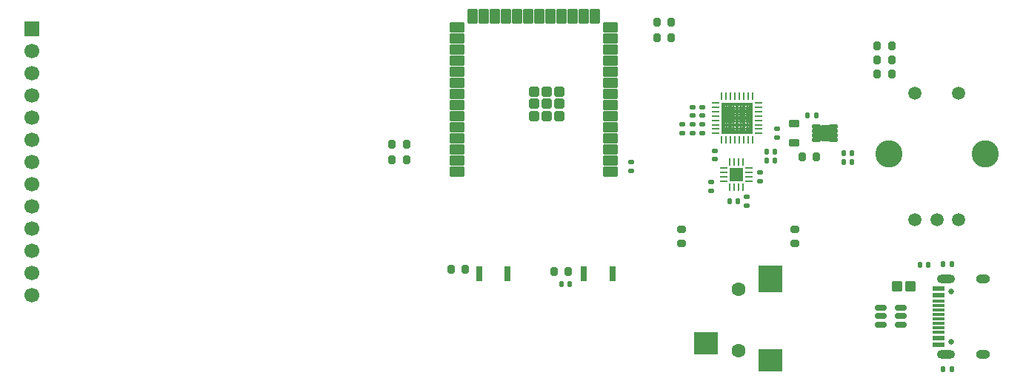
<source format=gbr>
%TF.GenerationSoftware,KiCad,Pcbnew,9.0.6*%
%TF.CreationDate,2026-01-02T14:19:04-05:00*%
%TF.ProjectId,spotify desk thing,73706f74-6966-4792-9064-65736b207468,rev?*%
%TF.SameCoordinates,Original*%
%TF.FileFunction,Soldermask,Top*%
%TF.FilePolarity,Negative*%
%FSLAX46Y46*%
G04 Gerber Fmt 4.6, Leading zero omitted, Abs format (unit mm)*
G04 Created by KiCad (PCBNEW 9.0.6) date 2026-01-02 14:19:04*
%MOMM*%
%LPD*%
G01*
G04 APERTURE LIST*
G04 Aperture macros list*
%AMRoundRect*
0 Rectangle with rounded corners*
0 $1 Rounding radius*
0 $2 $3 $4 $5 $6 $7 $8 $9 X,Y pos of 4 corners*
0 Add a 4 corners polygon primitive as box body*
4,1,4,$2,$3,$4,$5,$6,$7,$8,$9,$2,$3,0*
0 Add four circle primitives for the rounded corners*
1,1,$1+$1,$2,$3*
1,1,$1+$1,$4,$5*
1,1,$1+$1,$6,$7*
1,1,$1+$1,$8,$9*
0 Add four rect primitives between the rounded corners*
20,1,$1+$1,$2,$3,$4,$5,0*
20,1,$1+$1,$4,$5,$6,$7,0*
20,1,$1+$1,$6,$7,$8,$9,0*
20,1,$1+$1,$8,$9,$2,$3,0*%
G04 Aperture macros list end*
%ADD10C,0.000000*%
%ADD11RoundRect,0.102000X1.275000X-1.200000X1.275000X1.200000X-1.275000X1.200000X-1.275000X-1.200000X0*%
%ADD12RoundRect,0.102000X1.275000X-1.450000X1.275000X1.450000X-1.275000X1.450000X-1.275000X-1.450000X0*%
%ADD13C,1.600000*%
%ADD14O,1.600000X1.000000*%
%ADD15O,2.100000X1.000000*%
%ADD16R,1.450000X0.600000*%
%ADD17R,1.450000X0.300000*%
%ADD18C,0.650000*%
%ADD19RoundRect,0.135000X-0.135000X-0.185000X0.135000X-0.185000X0.135000X0.185000X-0.135000X0.185000X0*%
%ADD20RoundRect,0.102000X0.275000X0.750000X-0.275000X0.750000X-0.275000X-0.750000X0.275000X-0.750000X0*%
%ADD21RoundRect,0.140000X-0.140000X-0.170000X0.140000X-0.170000X0.140000X0.170000X-0.140000X0.170000X0*%
%ADD22RoundRect,0.200000X0.200000X0.275000X-0.200000X0.275000X-0.200000X-0.275000X0.200000X-0.275000X0*%
%ADD23RoundRect,0.140000X0.170000X-0.140000X0.170000X0.140000X-0.170000X0.140000X-0.170000X-0.140000X0*%
%ADD24RoundRect,0.140000X-0.170000X0.140000X-0.170000X-0.140000X0.170000X-0.140000X0.170000X0.140000X0*%
%ADD25RoundRect,0.140000X0.140000X0.170000X-0.140000X0.170000X-0.140000X-0.170000X0.140000X-0.170000X0*%
%ADD26C,3.098800*%
%ADD27C,1.498600*%
%ADD28RoundRect,0.150000X0.512500X0.150000X-0.512500X0.150000X-0.512500X-0.150000X0.512500X-0.150000X0*%
%ADD29RoundRect,0.060500X0.421500X0.181500X-0.421500X0.181500X-0.421500X-0.181500X0.421500X-0.181500X0*%
%ADD30RoundRect,0.102000X0.450000X0.800000X-0.450000X0.800000X-0.450000X-0.800000X0.450000X-0.800000X0*%
%ADD31RoundRect,0.218750X-0.381250X0.218750X-0.381250X-0.218750X0.381250X-0.218750X0.381250X0.218750X0*%
%ADD32RoundRect,0.062500X-0.062500X0.375000X-0.062500X-0.375000X0.062500X-0.375000X0.062500X0.375000X0*%
%ADD33RoundRect,0.062500X-0.375000X0.062500X-0.375000X-0.062500X0.375000X-0.062500X0.375000X0.062500X0*%
%ADD34R,1.600000X1.600000*%
%ADD35RoundRect,0.200000X-0.275000X0.200000X-0.275000X-0.200000X0.275000X-0.200000X0.275000X0.200000X0*%
%ADD36RoundRect,0.200000X-0.200000X-0.275000X0.200000X-0.275000X0.200000X0.275000X-0.200000X0.275000X0*%
%ADD37R,0.850000X0.280000*%
%ADD38R,0.280000X0.850000*%
%ADD39C,0.508000*%
%ADD40RoundRect,0.102000X-0.475000X-0.510000X0.475000X-0.510000X0.475000X0.510000X-0.475000X0.510000X0*%
%ADD41RoundRect,0.102000X0.750000X0.450000X-0.750000X0.450000X-0.750000X-0.450000X0.750000X-0.450000X0*%
%ADD42RoundRect,0.102000X0.450000X0.750000X-0.450000X0.750000X-0.450000X-0.750000X0.450000X-0.750000X0*%
%ADD43RoundRect,0.102000X0.450000X0.450000X-0.450000X0.450000X-0.450000X-0.450000X0.450000X-0.450000X0*%
%ADD44R,1.700000X1.700000*%
%ADD45C,1.700000*%
G04 APERTURE END LIST*
D10*
%TO.C,U3*%
G36*
X126468500Y-147263500D02*
G01*
X126061100Y-147263500D01*
X126061100Y-143686500D01*
X126468500Y-143686500D01*
X126468500Y-147263500D01*
G37*
G36*
X129638100Y-144093900D02*
G01*
X126061100Y-144093900D01*
X126061100Y-143686500D01*
X129638100Y-143686500D01*
X129638100Y-144093900D01*
G37*
G36*
X129638100Y-144881300D02*
G01*
X126061100Y-144881300D01*
X126061100Y-144493900D01*
X129638100Y-144493900D01*
X129638100Y-144881300D01*
G37*
G36*
X129638100Y-145668700D02*
G01*
X126061100Y-145668700D01*
X126061100Y-145281300D01*
X129638100Y-145281300D01*
X129638100Y-145668700D01*
G37*
G36*
X129638100Y-146456100D02*
G01*
X126061100Y-146456100D01*
X126061100Y-146068700D01*
X129638100Y-146068700D01*
X129638100Y-146456100D01*
G37*
G36*
X129638100Y-147263500D02*
G01*
X126061100Y-147263500D01*
X126061100Y-146856100D01*
X129638100Y-146856100D01*
X129638100Y-147263500D01*
G37*
G36*
X127255900Y-147263500D02*
G01*
X126868500Y-147263500D01*
X126868500Y-143686500D01*
X127255900Y-143686500D01*
X127255900Y-147263500D01*
G37*
G36*
X128043300Y-147263500D02*
G01*
X127655900Y-147263500D01*
X127655900Y-143686500D01*
X128043300Y-143686500D01*
X128043300Y-147263500D01*
G37*
G36*
X128830700Y-147263500D02*
G01*
X128443300Y-147263500D01*
X128443300Y-143686500D01*
X128830700Y-143686500D01*
X128830700Y-147263500D01*
G37*
G36*
X129638100Y-147263500D02*
G01*
X129230700Y-147263500D01*
X129230700Y-143686500D01*
X129638100Y-143686500D01*
X129638100Y-147263500D01*
G37*
%TD*%
D11*
%TO.C,J2*%
X131675000Y-173150000D03*
D12*
X131675000Y-163850000D03*
D11*
X124325000Y-171250000D03*
D13*
X128000000Y-172050000D03*
X128000000Y-165050000D03*
%TD*%
D14*
%TO.C,J3*%
X155950000Y-163880000D03*
D15*
X151770000Y-163880000D03*
D14*
X155950000Y-172520000D03*
D15*
X151770000Y-172520000D03*
D16*
X150855000Y-171450000D03*
X150855000Y-170650000D03*
D17*
X150855000Y-169950000D03*
X150855000Y-168950000D03*
X150855000Y-167450000D03*
X150855000Y-166450000D03*
D16*
X150855000Y-165750000D03*
X150855000Y-164950000D03*
X150855000Y-164950000D03*
X150855000Y-165750000D03*
D17*
X150855000Y-166950000D03*
X150855000Y-167950000D03*
X150855000Y-168450000D03*
X150855000Y-169450000D03*
D16*
X150855000Y-170650000D03*
X150855000Y-171450000D03*
D18*
X152300000Y-165310000D03*
X152300000Y-171090000D03*
%TD*%
D19*
%TO.C,R14*%
X151390000Y-174200000D03*
X152410000Y-174200000D03*
%TD*%
D20*
%TO.C,RESET1*%
X113625000Y-163250000D03*
X110375000Y-163250000D03*
%TD*%
D21*
%TO.C,C16*%
X131220000Y-150300000D03*
X132180000Y-150300000D03*
%TD*%
%TO.C,C3*%
X135920000Y-145200000D03*
X136880000Y-145200000D03*
%TD*%
D22*
%TO.C,R3*%
X145525000Y-137190000D03*
X143875000Y-137190000D03*
%TD*%
D23*
%TO.C,C4*%
X130500000Y-152680000D03*
X130500000Y-151720000D03*
%TD*%
D24*
%TO.C,C5*%
X129000000Y-154520000D03*
X129000000Y-155480000D03*
%TD*%
%TO.C,C2*%
X122810000Y-146200000D03*
X122810000Y-147160000D03*
%TD*%
D25*
%TO.C,C6*%
X127980000Y-155000000D03*
X127020000Y-155000000D03*
%TD*%
D24*
%TO.C,C7*%
X125300000Y-149220000D03*
X125300000Y-150180000D03*
%TD*%
D26*
%TO.C,U4*%
X145200001Y-149600002D03*
X156199999Y-149600002D03*
D27*
X148200000Y-157100000D03*
X153200000Y-157100000D03*
X150700000Y-157100000D03*
X148200000Y-142600003D03*
X153200000Y-142600003D03*
%TD*%
D25*
%TO.C,C19*%
X140980000Y-150500000D03*
X140020000Y-150500000D03*
%TD*%
D23*
%TO.C,C8*%
X123900000Y-145180000D03*
X123900000Y-144220000D03*
%TD*%
D22*
%TO.C,R4*%
X145525000Y-138800000D03*
X143875000Y-138800000D03*
%TD*%
%TO.C,R9*%
X136925000Y-149900000D03*
X135275000Y-149900000D03*
%TD*%
D21*
%TO.C,C10*%
X131220000Y-149300000D03*
X132180000Y-149300000D03*
%TD*%
D28*
%TO.C,U5*%
X146537500Y-169100000D03*
X146537500Y-168150000D03*
X146537500Y-167200000D03*
X144262500Y-167200000D03*
X144262500Y-168150000D03*
X144262500Y-169100000D03*
%TD*%
D25*
%TO.C,C1*%
X108730000Y-164500000D03*
X107770000Y-164500000D03*
%TD*%
D29*
%TO.C,PS1*%
X138885000Y-147950000D03*
X138885000Y-147450000D03*
X138885000Y-146950000D03*
X138885000Y-146450000D03*
X136915000Y-146450000D03*
X136915000Y-146950000D03*
X136915000Y-147450000D03*
X136915000Y-147950000D03*
D30*
X137900000Y-147200000D03*
%TD*%
D23*
%TO.C,C9*%
X132400000Y-147680000D03*
X132400000Y-146720000D03*
%TD*%
D31*
%TO.C,L1*%
X134400000Y-146137500D03*
X134400000Y-148262500D03*
%TD*%
D32*
%TO.C,U2*%
X128500000Y-150500000D03*
X128000000Y-150500000D03*
X127500000Y-150500000D03*
X127000000Y-150500000D03*
D33*
X126312500Y-151187500D03*
X126312500Y-151687500D03*
X126312500Y-152187500D03*
X126312500Y-152687500D03*
D32*
X127000000Y-153375000D03*
X127500000Y-153375000D03*
X128000000Y-153375000D03*
X128500000Y-153375000D03*
D33*
X129187500Y-152687500D03*
X129187500Y-152187500D03*
X129187500Y-151687500D03*
X129187500Y-151187500D03*
D34*
X127750000Y-151937500D03*
%TD*%
D35*
%TO.C,R10*%
X134500000Y-158175000D03*
X134500000Y-159825000D03*
%TD*%
D23*
%TO.C,C11*%
X123900000Y-147180000D03*
X123900000Y-146220000D03*
%TD*%
D36*
%TO.C,R1*%
X118675000Y-136250000D03*
X120325000Y-136250000D03*
%TD*%
%TO.C,R5*%
X95175000Y-162750000D03*
X96825000Y-162750000D03*
%TD*%
D22*
%TO.C,R12*%
X145525000Y-140400000D03*
X143875000Y-140400000D03*
%TD*%
D20*
%TO.C,BOOT1*%
X101625000Y-163250000D03*
X98375000Y-163250000D03*
%TD*%
D24*
%TO.C,C12*%
X115750000Y-150520000D03*
X115750000Y-151480000D03*
%TD*%
%TO.C,C13*%
X121590000Y-146200000D03*
X121590000Y-147160000D03*
%TD*%
D23*
%TO.C,C14*%
X124900000Y-153780000D03*
X124900000Y-152820000D03*
%TD*%
D22*
%TO.C,R7*%
X90075000Y-148500000D03*
X88425000Y-148500000D03*
%TD*%
D19*
%TO.C,R13*%
X151390000Y-162200000D03*
X152410000Y-162200000D03*
%TD*%
D21*
%TO.C,C17*%
X148770000Y-162250000D03*
X149730000Y-162250000D03*
%TD*%
D25*
%TO.C,C18*%
X140980000Y-149500000D03*
X140020000Y-149500000D03*
%TD*%
D37*
%TO.C,U3*%
X125374601Y-143725001D03*
X125374601Y-144225000D03*
X125374601Y-144724999D03*
X125374601Y-145225000D03*
X125374601Y-145725000D03*
X125374601Y-146225001D03*
X125374601Y-146725000D03*
X125374601Y-147224999D03*
D38*
X126099159Y-147949999D03*
X126599285Y-147949999D03*
X127099411Y-147949999D03*
X127599537Y-147949999D03*
X128099663Y-147949999D03*
X128599789Y-147949999D03*
X129099915Y-147949999D03*
X129600041Y-147949999D03*
D37*
X130324599Y-147224999D03*
X130324599Y-146725000D03*
X130324599Y-146225001D03*
X130324599Y-145725000D03*
X130324599Y-145225000D03*
X130324599Y-144724999D03*
X130324599Y-144225000D03*
X130324599Y-143725001D03*
D38*
X129600041Y-143000001D03*
X129099915Y-143000001D03*
X128599789Y-143000001D03*
X128099663Y-143000001D03*
X127599537Y-143000001D03*
X127099411Y-143000001D03*
X126599285Y-143000001D03*
X126099159Y-143000001D03*
D39*
X126668500Y-144293900D03*
X126668500Y-145081300D03*
X126668500Y-145868700D03*
X126668500Y-146656100D03*
X127455900Y-144293900D03*
X127455900Y-145081300D03*
X127455900Y-145868700D03*
X127455900Y-146656100D03*
X128243300Y-144293900D03*
X128243300Y-145081300D03*
X128243300Y-145868700D03*
X128243300Y-146656100D03*
X129030700Y-144293900D03*
X129030700Y-145081300D03*
X129030700Y-145868700D03*
X129030700Y-146656100D03*
%TD*%
D36*
%TO.C,R6*%
X106925000Y-163000000D03*
X108575000Y-163000000D03*
%TD*%
D23*
%TO.C,C15*%
X122800000Y-145180000D03*
X122800000Y-144220000D03*
%TD*%
D40*
%TO.C,F1*%
X146115000Y-164700000D03*
X147685000Y-164700000D03*
%TD*%
D41*
%TO.C,U1*%
X113350000Y-151560000D03*
X113350000Y-150290000D03*
X113350000Y-149020000D03*
X113350000Y-147750000D03*
X113350000Y-146480000D03*
X113350000Y-145210000D03*
X113350000Y-143940000D03*
X113350000Y-142670000D03*
X113350000Y-141400000D03*
X113350000Y-140130000D03*
X113350000Y-138860000D03*
X113350000Y-137590000D03*
X113350000Y-136320000D03*
X113350000Y-135050000D03*
D42*
X111585000Y-133800000D03*
X110315000Y-133800000D03*
X109045000Y-133800000D03*
X107775000Y-133800000D03*
X106505000Y-133800000D03*
X105235000Y-133800000D03*
X103965000Y-133800000D03*
X102695000Y-133800000D03*
X101425000Y-133800000D03*
X100155000Y-133800000D03*
X98885000Y-133800000D03*
X97615000Y-133800000D03*
D41*
X95850000Y-135050000D03*
X95850000Y-136320000D03*
X95850000Y-137590000D03*
X95850000Y-138860000D03*
X95850000Y-140130000D03*
X95850000Y-141400000D03*
X95850000Y-142670000D03*
X95850000Y-143940000D03*
X95850000Y-145210000D03*
X95850000Y-146480000D03*
X95850000Y-147750000D03*
X95850000Y-149020000D03*
X95850000Y-150290000D03*
X95850000Y-151560000D03*
D43*
X106100000Y-143840000D03*
X107500000Y-143840000D03*
X104700000Y-143840000D03*
X107500000Y-142440000D03*
X106100000Y-142440000D03*
X104700000Y-142440000D03*
X107500000Y-145240000D03*
X106100000Y-145240000D03*
X104700000Y-145240000D03*
%TD*%
D36*
%TO.C,R2*%
X118675000Y-134500000D03*
X120325000Y-134500000D03*
%TD*%
D35*
%TO.C,R11*%
X121500000Y-158175000D03*
X121500000Y-159825000D03*
%TD*%
D22*
%TO.C,R8*%
X90075000Y-150250000D03*
X88425000Y-150250000D03*
%TD*%
D44*
%TO.C,J1*%
X47250000Y-135300000D03*
D45*
X47250000Y-137840000D03*
X47250000Y-140380000D03*
X47250000Y-142920000D03*
X47250000Y-145460000D03*
X47250000Y-148000000D03*
X47250000Y-150540000D03*
X47250000Y-153080000D03*
X47250000Y-155620000D03*
X47250000Y-158160000D03*
X47250000Y-160700000D03*
X47250000Y-163240000D03*
X47250000Y-165780000D03*
%TD*%
M02*

</source>
